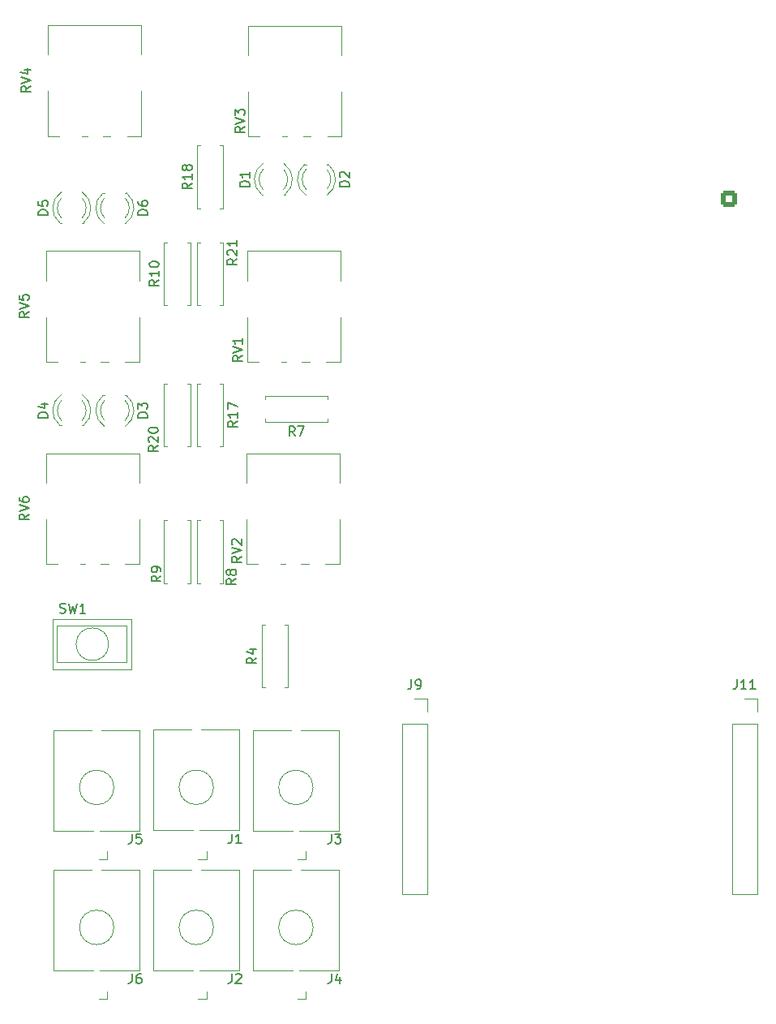
<source format=gbr>
%TF.GenerationSoftware,KiCad,Pcbnew,5.99.0-unknown-fb4343bc8f~130~ubuntu20.04.1*%
%TF.CreationDate,2021-06-28T22:25:34+02:00*%
%TF.ProjectId,MS20-Plus-VCF-v2,4d533230-2d50-46c7-9573-2d5643462d76,rev?*%
%TF.SameCoordinates,Original*%
%TF.FileFunction,Legend,Top*%
%TF.FilePolarity,Positive*%
%FSLAX46Y46*%
G04 Gerber Fmt 4.6, Leading zero omitted, Abs format (unit mm)*
G04 Created by KiCad (PCBNEW 5.99.0-unknown-fb4343bc8f~130~ubuntu20.04.1) date 2021-06-28 22:25:34*
%MOMM*%
%LPD*%
G01*
G04 APERTURE LIST*
G04 Aperture macros list*
%AMRoundRect*
0 Rectangle with rounded corners*
0 $1 Rounding radius*
0 $2 $3 $4 $5 $6 $7 $8 $9 X,Y pos of 4 corners*
0 Add a 4 corners polygon primitive as box body*
4,1,4,$2,$3,$4,$5,$6,$7,$8,$9,$2,$3,0*
0 Add four circle primitives for the rounded corners*
1,1,$1+$1,$2,$3*
1,1,$1+$1,$4,$5*
1,1,$1+$1,$6,$7*
1,1,$1+$1,$8,$9*
0 Add four rect primitives between the rounded corners*
20,1,$1+$1,$2,$3,$4,$5,0*
20,1,$1+$1,$4,$5,$6,$7,0*
20,1,$1+$1,$6,$7,$8,$9,0*
20,1,$1+$1,$8,$9,$2,$3,0*%
G04 Aperture macros list end*
%ADD10C,0.150000*%
%ADD11C,0.120000*%
%ADD12C,2.000000*%
%ADD13O,1.700000X1.700000*%
%ADD14R,1.700000X1.700000*%
%ADD15O,2.720000X3.240000*%
%ADD16R,1.800000X1.800000*%
%ADD17C,1.800000*%
%ADD18C,1.600000*%
%ADD19O,1.600000X1.600000*%
%ADD20R,1.930000X1.830000*%
%ADD21C,2.130000*%
%ADD22C,6.000000*%
%ADD23O,1.600000X2.000000*%
%ADD24R,1.600000X1.600000*%
%ADD25C,1.440000*%
%ADD26O,1.500000X1.050000*%
%ADD27R,1.500000X1.050000*%
%ADD28C,1.700000*%
%ADD29RoundRect,0.250000X0.600000X0.600000X-0.600000X0.600000X-0.600000X-0.600000X0.600000X-0.600000X0*%
G04 APERTURE END LIST*
D10*
X113940476Y-118132380D02*
X113940476Y-118846666D01*
X113892857Y-118989523D01*
X113797619Y-119084761D01*
X113654761Y-119132380D01*
X113559523Y-119132380D01*
X114940476Y-119132380D02*
X114369047Y-119132380D01*
X114654761Y-119132380D02*
X114654761Y-118132380D01*
X114559523Y-118275238D01*
X114464285Y-118370476D01*
X114369047Y-118418095D01*
X115892857Y-119132380D02*
X115321428Y-119132380D01*
X115607142Y-119132380D02*
X115607142Y-118132380D01*
X115511904Y-118275238D01*
X115416666Y-118370476D01*
X115321428Y-118418095D01*
X62552380Y-60445238D02*
X62076190Y-60778571D01*
X62552380Y-61016666D02*
X61552380Y-61016666D01*
X61552380Y-60635714D01*
X61600000Y-60540476D01*
X61647619Y-60492857D01*
X61742857Y-60445238D01*
X61885714Y-60445238D01*
X61980952Y-60492857D01*
X62028571Y-60540476D01*
X62076190Y-60635714D01*
X62076190Y-61016666D01*
X61552380Y-60159523D02*
X62552380Y-59826190D01*
X61552380Y-59492857D01*
X61552380Y-59254761D02*
X61552380Y-58635714D01*
X61933333Y-58969047D01*
X61933333Y-58826190D01*
X61980952Y-58730952D01*
X62028571Y-58683333D01*
X62123809Y-58635714D01*
X62361904Y-58635714D01*
X62457142Y-58683333D01*
X62504761Y-58730952D01*
X62552380Y-58826190D01*
X62552380Y-59111904D01*
X62504761Y-59207142D01*
X62457142Y-59254761D01*
X61652380Y-107616666D02*
X61176190Y-107950000D01*
X61652380Y-108188095D02*
X60652380Y-108188095D01*
X60652380Y-107807142D01*
X60700000Y-107711904D01*
X60747619Y-107664285D01*
X60842857Y-107616666D01*
X60985714Y-107616666D01*
X61080952Y-107664285D01*
X61128571Y-107711904D01*
X61176190Y-107807142D01*
X61176190Y-108188095D01*
X61080952Y-107045238D02*
X61033333Y-107140476D01*
X60985714Y-107188095D01*
X60890476Y-107235714D01*
X60842857Y-107235714D01*
X60747619Y-107188095D01*
X60700000Y-107140476D01*
X60652380Y-107045238D01*
X60652380Y-106854761D01*
X60700000Y-106759523D01*
X60747619Y-106711904D01*
X60842857Y-106664285D01*
X60890476Y-106664285D01*
X60985714Y-106711904D01*
X61033333Y-106759523D01*
X61080952Y-106854761D01*
X61080952Y-107045238D01*
X61128571Y-107140476D01*
X61176190Y-107188095D01*
X61271428Y-107235714D01*
X61461904Y-107235714D01*
X61557142Y-107188095D01*
X61604761Y-107140476D01*
X61652380Y-107045238D01*
X61652380Y-106854761D01*
X61604761Y-106759523D01*
X61557142Y-106711904D01*
X61461904Y-106664285D01*
X61271428Y-106664285D01*
X61176190Y-106711904D01*
X61128571Y-106759523D01*
X61080952Y-106854761D01*
X61752380Y-74242857D02*
X61276190Y-74576190D01*
X61752380Y-74814285D02*
X60752380Y-74814285D01*
X60752380Y-74433333D01*
X60800000Y-74338095D01*
X60847619Y-74290476D01*
X60942857Y-74242857D01*
X61085714Y-74242857D01*
X61180952Y-74290476D01*
X61228571Y-74338095D01*
X61276190Y-74433333D01*
X61276190Y-74814285D01*
X60847619Y-73861904D02*
X60800000Y-73814285D01*
X60752380Y-73719047D01*
X60752380Y-73480952D01*
X60800000Y-73385714D01*
X60847619Y-73338095D01*
X60942857Y-73290476D01*
X61038095Y-73290476D01*
X61180952Y-73338095D01*
X61752380Y-73909523D01*
X61752380Y-73290476D01*
X61752380Y-72338095D02*
X61752380Y-72909523D01*
X61752380Y-72623809D02*
X60752380Y-72623809D01*
X60895238Y-72719047D01*
X60990476Y-72814285D01*
X61038095Y-72909523D01*
X71596666Y-134252380D02*
X71596666Y-134966666D01*
X71549047Y-135109523D01*
X71453809Y-135204761D01*
X71310952Y-135252380D01*
X71215714Y-135252380D01*
X71977619Y-134252380D02*
X72596666Y-134252380D01*
X72263333Y-134633333D01*
X72406190Y-134633333D01*
X72501428Y-134680952D01*
X72549047Y-134728571D01*
X72596666Y-134823809D01*
X72596666Y-135061904D01*
X72549047Y-135157142D01*
X72501428Y-135204761D01*
X72406190Y-135252380D01*
X72120476Y-135252380D01*
X72025238Y-135204761D01*
X71977619Y-135157142D01*
X52412380Y-69668095D02*
X51412380Y-69668095D01*
X51412380Y-69430000D01*
X51460000Y-69287142D01*
X51555238Y-69191904D01*
X51650476Y-69144285D01*
X51840952Y-69096666D01*
X51983809Y-69096666D01*
X52174285Y-69144285D01*
X52269523Y-69191904D01*
X52364761Y-69287142D01*
X52412380Y-69430000D01*
X52412380Y-69668095D01*
X51412380Y-68239523D02*
X51412380Y-68430000D01*
X51460000Y-68525238D01*
X51507619Y-68572857D01*
X51650476Y-68668095D01*
X51840952Y-68715714D01*
X52221904Y-68715714D01*
X52317142Y-68668095D01*
X52364761Y-68620476D01*
X52412380Y-68525238D01*
X52412380Y-68334761D01*
X52364761Y-68239523D01*
X52317142Y-68191904D01*
X52221904Y-68144285D01*
X51983809Y-68144285D01*
X51888571Y-68191904D01*
X51840952Y-68239523D01*
X51793333Y-68334761D01*
X51793333Y-68525238D01*
X51840952Y-68620476D01*
X51888571Y-68668095D01*
X51983809Y-68715714D01*
X61196666Y-134232380D02*
X61196666Y-134946666D01*
X61149047Y-135089523D01*
X61053809Y-135184761D01*
X60910952Y-135232380D01*
X60815714Y-135232380D01*
X62196666Y-135232380D02*
X61625238Y-135232380D01*
X61910952Y-135232380D02*
X61910952Y-134232380D01*
X61815714Y-134375238D01*
X61720476Y-134470476D01*
X61625238Y-134518095D01*
X41992380Y-69678095D02*
X40992380Y-69678095D01*
X40992380Y-69440000D01*
X41040000Y-69297142D01*
X41135238Y-69201904D01*
X41230476Y-69154285D01*
X41420952Y-69106666D01*
X41563809Y-69106666D01*
X41754285Y-69154285D01*
X41849523Y-69201904D01*
X41944761Y-69297142D01*
X41992380Y-69440000D01*
X41992380Y-69678095D01*
X40992380Y-68201904D02*
X40992380Y-68678095D01*
X41468571Y-68725714D01*
X41420952Y-68678095D01*
X41373333Y-68582857D01*
X41373333Y-68344761D01*
X41420952Y-68249523D01*
X41468571Y-68201904D01*
X41563809Y-68154285D01*
X41801904Y-68154285D01*
X41897142Y-68201904D01*
X41944761Y-68249523D01*
X41992380Y-68344761D01*
X41992380Y-68582857D01*
X41944761Y-68678095D01*
X41897142Y-68725714D01*
X50796666Y-148852380D02*
X50796666Y-149566666D01*
X50749047Y-149709523D01*
X50653809Y-149804761D01*
X50510952Y-149852380D01*
X50415714Y-149852380D01*
X51701428Y-148852380D02*
X51510952Y-148852380D01*
X51415714Y-148900000D01*
X51368095Y-148947619D01*
X51272857Y-149090476D01*
X51225238Y-149280952D01*
X51225238Y-149661904D01*
X51272857Y-149757142D01*
X51320476Y-149804761D01*
X51415714Y-149852380D01*
X51606190Y-149852380D01*
X51701428Y-149804761D01*
X51749047Y-149757142D01*
X51796666Y-149661904D01*
X51796666Y-149423809D01*
X51749047Y-149328571D01*
X51701428Y-149280952D01*
X51606190Y-149233333D01*
X51415714Y-149233333D01*
X51320476Y-149280952D01*
X51272857Y-149328571D01*
X51225238Y-149423809D01*
X63782380Y-115866666D02*
X63306190Y-116200000D01*
X63782380Y-116438095D02*
X62782380Y-116438095D01*
X62782380Y-116057142D01*
X62830000Y-115961904D01*
X62877619Y-115914285D01*
X62972857Y-115866666D01*
X63115714Y-115866666D01*
X63210952Y-115914285D01*
X63258571Y-115961904D01*
X63306190Y-116057142D01*
X63306190Y-116438095D01*
X63115714Y-115009523D02*
X63782380Y-115009523D01*
X62734761Y-115247619D02*
X63449047Y-115485714D01*
X63449047Y-114866666D01*
X63042380Y-66693095D02*
X62042380Y-66693095D01*
X62042380Y-66455000D01*
X62090000Y-66312142D01*
X62185238Y-66216904D01*
X62280476Y-66169285D01*
X62470952Y-66121666D01*
X62613809Y-66121666D01*
X62804285Y-66169285D01*
X62899523Y-66216904D01*
X62994761Y-66312142D01*
X63042380Y-66455000D01*
X63042380Y-66693095D01*
X63042380Y-65169285D02*
X63042380Y-65740714D01*
X63042380Y-65455000D02*
X62042380Y-65455000D01*
X62185238Y-65550238D01*
X62280476Y-65645476D01*
X62328095Y-65740714D01*
X53582380Y-76442857D02*
X53106190Y-76776190D01*
X53582380Y-77014285D02*
X52582380Y-77014285D01*
X52582380Y-76633333D01*
X52630000Y-76538095D01*
X52677619Y-76490476D01*
X52772857Y-76442857D01*
X52915714Y-76442857D01*
X53010952Y-76490476D01*
X53058571Y-76538095D01*
X53106190Y-76633333D01*
X53106190Y-77014285D01*
X53582380Y-75490476D02*
X53582380Y-76061904D01*
X53582380Y-75776190D02*
X52582380Y-75776190D01*
X52725238Y-75871428D01*
X52820476Y-75966666D01*
X52868095Y-76061904D01*
X52582380Y-74871428D02*
X52582380Y-74776190D01*
X52630000Y-74680952D01*
X52677619Y-74633333D01*
X52772857Y-74585714D01*
X52963333Y-74538095D01*
X53201428Y-74538095D01*
X53391904Y-74585714D01*
X53487142Y-74633333D01*
X53534761Y-74680952D01*
X53582380Y-74776190D01*
X53582380Y-74871428D01*
X53534761Y-74966666D01*
X53487142Y-75014285D01*
X53391904Y-75061904D01*
X53201428Y-75109523D01*
X52963333Y-75109523D01*
X52772857Y-75061904D01*
X52677619Y-75014285D01*
X52630000Y-74966666D01*
X52582380Y-74871428D01*
X73462380Y-66683095D02*
X72462380Y-66683095D01*
X72462380Y-66445000D01*
X72510000Y-66302142D01*
X72605238Y-66206904D01*
X72700476Y-66159285D01*
X72890952Y-66111666D01*
X73033809Y-66111666D01*
X73224285Y-66159285D01*
X73319523Y-66206904D01*
X73414761Y-66302142D01*
X73462380Y-66445000D01*
X73462380Y-66683095D01*
X72557619Y-65730714D02*
X72510000Y-65683095D01*
X72462380Y-65587857D01*
X72462380Y-65349761D01*
X72510000Y-65254523D01*
X72557619Y-65206904D01*
X72652857Y-65159285D01*
X72748095Y-65159285D01*
X72890952Y-65206904D01*
X73462380Y-65778333D01*
X73462380Y-65159285D01*
X53502380Y-93742857D02*
X53026190Y-94076190D01*
X53502380Y-94314285D02*
X52502380Y-94314285D01*
X52502380Y-93933333D01*
X52550000Y-93838095D01*
X52597619Y-93790476D01*
X52692857Y-93742857D01*
X52835714Y-93742857D01*
X52930952Y-93790476D01*
X52978571Y-93838095D01*
X53026190Y-93933333D01*
X53026190Y-94314285D01*
X52597619Y-93361904D02*
X52550000Y-93314285D01*
X52502380Y-93219047D01*
X52502380Y-92980952D01*
X52550000Y-92885714D01*
X52597619Y-92838095D01*
X52692857Y-92790476D01*
X52788095Y-92790476D01*
X52930952Y-92838095D01*
X53502380Y-93409523D01*
X53502380Y-92790476D01*
X52502380Y-92171428D02*
X52502380Y-92076190D01*
X52550000Y-91980952D01*
X52597619Y-91933333D01*
X52692857Y-91885714D01*
X52883333Y-91838095D01*
X53121428Y-91838095D01*
X53311904Y-91885714D01*
X53407142Y-91933333D01*
X53454761Y-91980952D01*
X53502380Y-92076190D01*
X53502380Y-92171428D01*
X53454761Y-92266666D01*
X53407142Y-92314285D01*
X53311904Y-92361904D01*
X53121428Y-92409523D01*
X52883333Y-92409523D01*
X52692857Y-92361904D01*
X52597619Y-92314285D01*
X52550000Y-92266666D01*
X52502380Y-92171428D01*
X71596666Y-148852380D02*
X71596666Y-149566666D01*
X71549047Y-149709523D01*
X71453809Y-149804761D01*
X71310952Y-149852380D01*
X71215714Y-149852380D01*
X72501428Y-149185714D02*
X72501428Y-149852380D01*
X72263333Y-148804761D02*
X72025238Y-149519047D01*
X72644285Y-149519047D01*
X52412380Y-90798095D02*
X51412380Y-90798095D01*
X51412380Y-90560000D01*
X51460000Y-90417142D01*
X51555238Y-90321904D01*
X51650476Y-90274285D01*
X51840952Y-90226666D01*
X51983809Y-90226666D01*
X52174285Y-90274285D01*
X52269523Y-90321904D01*
X52364761Y-90417142D01*
X52412380Y-90560000D01*
X52412380Y-90798095D01*
X51412380Y-89893333D02*
X51412380Y-89274285D01*
X51793333Y-89607619D01*
X51793333Y-89464761D01*
X51840952Y-89369523D01*
X51888571Y-89321904D01*
X51983809Y-89274285D01*
X52221904Y-89274285D01*
X52317142Y-89321904D01*
X52364761Y-89369523D01*
X52412380Y-89464761D01*
X52412380Y-89750476D01*
X52364761Y-89845714D01*
X52317142Y-89893333D01*
X40012380Y-100885238D02*
X39536190Y-101218571D01*
X40012380Y-101456666D02*
X39012380Y-101456666D01*
X39012380Y-101075714D01*
X39060000Y-100980476D01*
X39107619Y-100932857D01*
X39202857Y-100885238D01*
X39345714Y-100885238D01*
X39440952Y-100932857D01*
X39488571Y-100980476D01*
X39536190Y-101075714D01*
X39536190Y-101456666D01*
X39012380Y-100599523D02*
X40012380Y-100266190D01*
X39012380Y-99932857D01*
X39012380Y-99170952D02*
X39012380Y-99361428D01*
X39060000Y-99456666D01*
X39107619Y-99504285D01*
X39250476Y-99599523D01*
X39440952Y-99647142D01*
X39821904Y-99647142D01*
X39917142Y-99599523D01*
X39964761Y-99551904D01*
X40012380Y-99456666D01*
X40012380Y-99266190D01*
X39964761Y-99170952D01*
X39917142Y-99123333D01*
X39821904Y-99075714D01*
X39583809Y-99075714D01*
X39488571Y-99123333D01*
X39440952Y-99170952D01*
X39393333Y-99266190D01*
X39393333Y-99456666D01*
X39440952Y-99551904D01*
X39488571Y-99599523D01*
X39583809Y-99647142D01*
X61196666Y-148852380D02*
X61196666Y-149566666D01*
X61149047Y-149709523D01*
X61053809Y-149804761D01*
X60910952Y-149852380D01*
X60815714Y-149852380D01*
X61625238Y-148947619D02*
X61672857Y-148900000D01*
X61768095Y-148852380D01*
X62006190Y-148852380D01*
X62101428Y-148900000D01*
X62149047Y-148947619D01*
X62196666Y-149042857D01*
X62196666Y-149138095D01*
X62149047Y-149280952D01*
X61577619Y-149852380D01*
X62196666Y-149852380D01*
X67783333Y-92722380D02*
X67450000Y-92246190D01*
X67211904Y-92722380D02*
X67211904Y-91722380D01*
X67592857Y-91722380D01*
X67688095Y-91770000D01*
X67735714Y-91817619D01*
X67783333Y-91912857D01*
X67783333Y-92055714D01*
X67735714Y-92150952D01*
X67688095Y-92198571D01*
X67592857Y-92246190D01*
X67211904Y-92246190D01*
X68116666Y-91722380D02*
X68783333Y-91722380D01*
X68354761Y-92722380D01*
X50796666Y-134252380D02*
X50796666Y-134966666D01*
X50749047Y-135109523D01*
X50653809Y-135204761D01*
X50510952Y-135252380D01*
X50415714Y-135252380D01*
X51749047Y-134252380D02*
X51272857Y-134252380D01*
X51225238Y-134728571D01*
X51272857Y-134680952D01*
X51368095Y-134633333D01*
X51606190Y-134633333D01*
X51701428Y-134680952D01*
X51749047Y-134728571D01*
X51796666Y-134823809D01*
X51796666Y-135061904D01*
X51749047Y-135157142D01*
X51701428Y-135204761D01*
X51606190Y-135252380D01*
X51368095Y-135252380D01*
X51272857Y-135204761D01*
X51225238Y-135157142D01*
X41992380Y-90808095D02*
X40992380Y-90808095D01*
X40992380Y-90570000D01*
X41040000Y-90427142D01*
X41135238Y-90331904D01*
X41230476Y-90284285D01*
X41420952Y-90236666D01*
X41563809Y-90236666D01*
X41754285Y-90284285D01*
X41849523Y-90331904D01*
X41944761Y-90427142D01*
X41992380Y-90570000D01*
X41992380Y-90808095D01*
X41325714Y-89379523D02*
X41992380Y-89379523D01*
X40944761Y-89617619D02*
X41659047Y-89855714D01*
X41659047Y-89236666D01*
X40212380Y-56210238D02*
X39736190Y-56543571D01*
X40212380Y-56781666D02*
X39212380Y-56781666D01*
X39212380Y-56400714D01*
X39260000Y-56305476D01*
X39307619Y-56257857D01*
X39402857Y-56210238D01*
X39545714Y-56210238D01*
X39640952Y-56257857D01*
X39688571Y-56305476D01*
X39736190Y-56400714D01*
X39736190Y-56781666D01*
X39212380Y-55924523D02*
X40212380Y-55591190D01*
X39212380Y-55257857D01*
X39545714Y-54495952D02*
X40212380Y-54495952D01*
X39164761Y-54734047D02*
X39879047Y-54972142D01*
X39879047Y-54353095D01*
X53802380Y-107316666D02*
X53326190Y-107650000D01*
X53802380Y-107888095D02*
X52802380Y-107888095D01*
X52802380Y-107507142D01*
X52850000Y-107411904D01*
X52897619Y-107364285D01*
X52992857Y-107316666D01*
X53135714Y-107316666D01*
X53230952Y-107364285D01*
X53278571Y-107411904D01*
X53326190Y-107507142D01*
X53326190Y-107888095D01*
X53802380Y-106840476D02*
X53802380Y-106650000D01*
X53754761Y-106554761D01*
X53707142Y-106507142D01*
X53564285Y-106411904D01*
X53373809Y-106364285D01*
X52992857Y-106364285D01*
X52897619Y-106411904D01*
X52850000Y-106459523D01*
X52802380Y-106554761D01*
X52802380Y-106745238D01*
X52850000Y-106840476D01*
X52897619Y-106888095D01*
X52992857Y-106935714D01*
X53230952Y-106935714D01*
X53326190Y-106888095D01*
X53373809Y-106840476D01*
X53421428Y-106745238D01*
X53421428Y-106554761D01*
X53373809Y-106459523D01*
X53326190Y-106411904D01*
X53230952Y-106364285D01*
X79966666Y-118132380D02*
X79966666Y-118846666D01*
X79919047Y-118989523D01*
X79823809Y-119084761D01*
X79680952Y-119132380D01*
X79585714Y-119132380D01*
X80490476Y-119132380D02*
X80680952Y-119132380D01*
X80776190Y-119084761D01*
X80823809Y-119037142D01*
X80919047Y-118894285D01*
X80966666Y-118703809D01*
X80966666Y-118322857D01*
X80919047Y-118227619D01*
X80871428Y-118180000D01*
X80776190Y-118132380D01*
X80585714Y-118132380D01*
X80490476Y-118180000D01*
X80442857Y-118227619D01*
X80395238Y-118322857D01*
X80395238Y-118560952D01*
X80442857Y-118656190D01*
X80490476Y-118703809D01*
X80585714Y-118751428D01*
X80776190Y-118751428D01*
X80871428Y-118703809D01*
X80919047Y-118656190D01*
X80966666Y-118560952D01*
X62302380Y-84345238D02*
X61826190Y-84678571D01*
X62302380Y-84916666D02*
X61302380Y-84916666D01*
X61302380Y-84535714D01*
X61350000Y-84440476D01*
X61397619Y-84392857D01*
X61492857Y-84345238D01*
X61635714Y-84345238D01*
X61730952Y-84392857D01*
X61778571Y-84440476D01*
X61826190Y-84535714D01*
X61826190Y-84916666D01*
X61302380Y-84059523D02*
X62302380Y-83726190D01*
X61302380Y-83392857D01*
X62302380Y-82535714D02*
X62302380Y-83107142D01*
X62302380Y-82821428D02*
X61302380Y-82821428D01*
X61445238Y-82916666D01*
X61540476Y-83011904D01*
X61588095Y-83107142D01*
X40012380Y-79785238D02*
X39536190Y-80118571D01*
X40012380Y-80356666D02*
X39012380Y-80356666D01*
X39012380Y-79975714D01*
X39060000Y-79880476D01*
X39107619Y-79832857D01*
X39202857Y-79785238D01*
X39345714Y-79785238D01*
X39440952Y-79832857D01*
X39488571Y-79880476D01*
X39536190Y-79975714D01*
X39536190Y-80356666D01*
X39012380Y-79499523D02*
X40012380Y-79166190D01*
X39012380Y-78832857D01*
X39012380Y-78023333D02*
X39012380Y-78499523D01*
X39488571Y-78547142D01*
X39440952Y-78499523D01*
X39393333Y-78404285D01*
X39393333Y-78166190D01*
X39440952Y-78070952D01*
X39488571Y-78023333D01*
X39583809Y-77975714D01*
X39821904Y-77975714D01*
X39917142Y-78023333D01*
X39964761Y-78070952D01*
X40012380Y-78166190D01*
X40012380Y-78404285D01*
X39964761Y-78499523D01*
X39917142Y-78547142D01*
X61772380Y-91192857D02*
X61296190Y-91526190D01*
X61772380Y-91764285D02*
X60772380Y-91764285D01*
X60772380Y-91383333D01*
X60820000Y-91288095D01*
X60867619Y-91240476D01*
X60962857Y-91192857D01*
X61105714Y-91192857D01*
X61200952Y-91240476D01*
X61248571Y-91288095D01*
X61296190Y-91383333D01*
X61296190Y-91764285D01*
X61772380Y-90240476D02*
X61772380Y-90811904D01*
X61772380Y-90526190D02*
X60772380Y-90526190D01*
X60915238Y-90621428D01*
X61010476Y-90716666D01*
X61058095Y-90811904D01*
X60772380Y-89907142D02*
X60772380Y-89240476D01*
X61772380Y-89669047D01*
X57032380Y-66342857D02*
X56556190Y-66676190D01*
X57032380Y-66914285D02*
X56032380Y-66914285D01*
X56032380Y-66533333D01*
X56080000Y-66438095D01*
X56127619Y-66390476D01*
X56222857Y-66342857D01*
X56365714Y-66342857D01*
X56460952Y-66390476D01*
X56508571Y-66438095D01*
X56556190Y-66533333D01*
X56556190Y-66914285D01*
X57032380Y-65390476D02*
X57032380Y-65961904D01*
X57032380Y-65676190D02*
X56032380Y-65676190D01*
X56175238Y-65771428D01*
X56270476Y-65866666D01*
X56318095Y-65961904D01*
X56460952Y-64819047D02*
X56413333Y-64914285D01*
X56365714Y-64961904D01*
X56270476Y-65009523D01*
X56222857Y-65009523D01*
X56127619Y-64961904D01*
X56080000Y-64914285D01*
X56032380Y-64819047D01*
X56032380Y-64628571D01*
X56080000Y-64533333D01*
X56127619Y-64485714D01*
X56222857Y-64438095D01*
X56270476Y-64438095D01*
X56365714Y-64485714D01*
X56413333Y-64533333D01*
X56460952Y-64628571D01*
X56460952Y-64819047D01*
X56508571Y-64914285D01*
X56556190Y-64961904D01*
X56651428Y-65009523D01*
X56841904Y-65009523D01*
X56937142Y-64961904D01*
X56984761Y-64914285D01*
X57032380Y-64819047D01*
X57032380Y-64628571D01*
X56984761Y-64533333D01*
X56937142Y-64485714D01*
X56841904Y-64438095D01*
X56651428Y-64438095D01*
X56556190Y-64485714D01*
X56508571Y-64533333D01*
X56460952Y-64628571D01*
X62202380Y-105295238D02*
X61726190Y-105628571D01*
X62202380Y-105866666D02*
X61202380Y-105866666D01*
X61202380Y-105485714D01*
X61250000Y-105390476D01*
X61297619Y-105342857D01*
X61392857Y-105295238D01*
X61535714Y-105295238D01*
X61630952Y-105342857D01*
X61678571Y-105390476D01*
X61726190Y-105485714D01*
X61726190Y-105866666D01*
X61202380Y-105009523D02*
X62202380Y-104676190D01*
X61202380Y-104342857D01*
X61297619Y-104057142D02*
X61250000Y-104009523D01*
X61202380Y-103914285D01*
X61202380Y-103676190D01*
X61250000Y-103580952D01*
X61297619Y-103533333D01*
X61392857Y-103485714D01*
X61488095Y-103485714D01*
X61630952Y-103533333D01*
X62202380Y-104104761D01*
X62202380Y-103485714D01*
X43266666Y-111154761D02*
X43409523Y-111202380D01*
X43647619Y-111202380D01*
X43742857Y-111154761D01*
X43790476Y-111107142D01*
X43838095Y-111011904D01*
X43838095Y-110916666D01*
X43790476Y-110821428D01*
X43742857Y-110773809D01*
X43647619Y-110726190D01*
X43457142Y-110678571D01*
X43361904Y-110630952D01*
X43314285Y-110583333D01*
X43266666Y-110488095D01*
X43266666Y-110392857D01*
X43314285Y-110297619D01*
X43361904Y-110250000D01*
X43457142Y-110202380D01*
X43695238Y-110202380D01*
X43838095Y-110250000D01*
X44171428Y-110202380D02*
X44409523Y-111202380D01*
X44600000Y-110488095D01*
X44790476Y-111202380D01*
X45028571Y-110202380D01*
X45933333Y-111202380D02*
X45361904Y-111202380D01*
X45647619Y-111202380D02*
X45647619Y-110202380D01*
X45552380Y-110345238D01*
X45457142Y-110440476D01*
X45361904Y-110488095D01*
D11*
X114750000Y-120120000D02*
X116080000Y-120120000D01*
X116080000Y-122720000D02*
X116080000Y-140560000D01*
X113420000Y-122720000D02*
X116080000Y-122720000D01*
X113420000Y-122720000D02*
X113420000Y-140560000D01*
X116080000Y-120120000D02*
X116080000Y-121450000D01*
X113420000Y-140560000D02*
X116080000Y-140560000D01*
X62930000Y-52965000D02*
X62930000Y-49905000D01*
X62920000Y-61495000D02*
X62920000Y-56775000D01*
X72670000Y-61495000D02*
X72670000Y-56775000D01*
X64110000Y-61495000D02*
X62930000Y-61495000D01*
X72670000Y-61495000D02*
X71180000Y-61495000D01*
X69460000Y-61495000D02*
X68630000Y-61495000D01*
X72670000Y-52965000D02*
X72670000Y-49905000D01*
X67010000Y-61495000D02*
X66480000Y-61495000D01*
X72670000Y-49905000D02*
X62930000Y-49905000D01*
X60320000Y-108070000D02*
X60320000Y-101530000D01*
X57580000Y-101530000D02*
X57910000Y-101530000D01*
X57580000Y-108070000D02*
X57580000Y-101530000D01*
X57910000Y-108070000D02*
X57580000Y-108070000D01*
X59990000Y-108070000D02*
X60320000Y-108070000D01*
X60320000Y-101530000D02*
X59990000Y-101530000D01*
X60320000Y-72530000D02*
X59990000Y-72530000D01*
X57580000Y-72530000D02*
X57910000Y-72530000D01*
X57580000Y-79070000D02*
X57580000Y-72530000D01*
X60320000Y-79070000D02*
X60320000Y-72530000D01*
X59990000Y-79070000D02*
X60320000Y-79070000D01*
X57910000Y-79070000D02*
X57580000Y-79070000D01*
X72400000Y-133900000D02*
X72400000Y-123400000D01*
X63400000Y-133900000D02*
X63400000Y-123400000D01*
X63400000Y-133900000D02*
X67550000Y-133900000D01*
X68960000Y-136880000D02*
X68100000Y-136880000D01*
X68400000Y-123400000D02*
X72400000Y-123400000D01*
X68250000Y-133900000D02*
X72400000Y-133900000D01*
X63400000Y-123400000D02*
X67400000Y-123400000D01*
X68960000Y-136880000D02*
X68960000Y-136080000D01*
X69700000Y-129400000D02*
G75*
G03*
X69700000Y-129400000I-1800000J0D01*
G01*
X47920000Y-67370000D02*
X47764000Y-67370000D01*
X50236000Y-67370000D02*
X50080000Y-67370000D01*
X50078608Y-70602335D02*
G75*
G03*
X50235516Y-67370000I-1078608J1672335D01*
G01*
X47920163Y-69971130D02*
G75*
G02*
X47920000Y-67889039I1079837J1041130D01*
G01*
X50079837Y-69971130D02*
G75*
G03*
X50080000Y-67889039I-1079837J1041130D01*
G01*
X47921392Y-70602335D02*
G75*
G02*
X47764484Y-67370000I1078608J1672335D01*
G01*
X53000000Y-133880000D02*
X57150000Y-133880000D01*
X53000000Y-133880000D02*
X53000000Y-123380000D01*
X53000000Y-123380000D02*
X57000000Y-123380000D01*
X58560000Y-136860000D02*
X57700000Y-136860000D01*
X58000000Y-123380000D02*
X62000000Y-123380000D01*
X57850000Y-133880000D02*
X62000000Y-133880000D01*
X58560000Y-136860000D02*
X58560000Y-136060000D01*
X62000000Y-133880000D02*
X62000000Y-123380000D01*
X59300000Y-129380000D02*
G75*
G03*
X59300000Y-129380000I-1800000J0D01*
G01*
X45580000Y-70500000D02*
X45736000Y-70500000D01*
X43264000Y-70500000D02*
X43420000Y-70500000D01*
X43421392Y-67267665D02*
G75*
G03*
X43264484Y-70500000I1078608J-1672335D01*
G01*
X45578608Y-67267665D02*
G75*
G02*
X45735516Y-70500000I-1078608J-1672335D01*
G01*
X45579837Y-67898870D02*
G75*
G02*
X45580000Y-69980961I-1079837J-1041130D01*
G01*
X43420163Y-67898870D02*
G75*
G03*
X43420000Y-69980961I1079837J-1041130D01*
G01*
X47450000Y-148500000D02*
X51600000Y-148500000D01*
X51600000Y-148500000D02*
X51600000Y-138000000D01*
X42600000Y-138000000D02*
X46600000Y-138000000D01*
X48160000Y-151480000D02*
X47300000Y-151480000D01*
X47600000Y-138000000D02*
X51600000Y-138000000D01*
X42600000Y-148500000D02*
X42600000Y-138000000D01*
X48160000Y-151480000D02*
X48160000Y-150680000D01*
X42600000Y-148500000D02*
X46750000Y-148500000D01*
X48900000Y-144000000D02*
G75*
G03*
X48900000Y-144000000I-1800000J0D01*
G01*
X64330000Y-112430000D02*
X64660000Y-112430000D01*
X64660000Y-118970000D02*
X64330000Y-118970000D01*
X66740000Y-118970000D02*
X67070000Y-118970000D01*
X67070000Y-112430000D02*
X66740000Y-112430000D01*
X64330000Y-118970000D02*
X64330000Y-112430000D01*
X67070000Y-118970000D02*
X67070000Y-112430000D01*
X66630000Y-67515000D02*
X66786000Y-67515000D01*
X64314000Y-67515000D02*
X64470000Y-67515000D01*
X64471392Y-64282665D02*
G75*
G03*
X64314484Y-67515000I1078608J-1672335D01*
G01*
X66629837Y-64913870D02*
G75*
G02*
X66630000Y-66995961I-1079837J-1041130D01*
G01*
X64470163Y-64913870D02*
G75*
G03*
X64470000Y-66995961I1079837J-1041130D01*
G01*
X66628608Y-64282665D02*
G75*
G02*
X66785516Y-67515000I-1078608J-1672335D01*
G01*
X54460000Y-79070000D02*
X54130000Y-79070000D01*
X56870000Y-72530000D02*
X56540000Y-72530000D01*
X56870000Y-79070000D02*
X56870000Y-72530000D01*
X56540000Y-79070000D02*
X56870000Y-79070000D01*
X54130000Y-79070000D02*
X54130000Y-72530000D01*
X54130000Y-72530000D02*
X54460000Y-72530000D01*
X68970000Y-64385000D02*
X68814000Y-64385000D01*
X71286000Y-64385000D02*
X71130000Y-64385000D01*
X71129837Y-66986130D02*
G75*
G03*
X71130000Y-64904039I-1079837J1041130D01*
G01*
X68971392Y-67617335D02*
G75*
G02*
X68814484Y-64385000I1078608J1672335D01*
G01*
X68970163Y-66986130D02*
G75*
G02*
X68970000Y-64904039I1079837J1041130D01*
G01*
X71128608Y-67617335D02*
G75*
G03*
X71285516Y-64385000I-1078608J1672335D01*
G01*
X54130000Y-87280000D02*
X54460000Y-87280000D01*
X54130000Y-93820000D02*
X54130000Y-87280000D01*
X56540000Y-93820000D02*
X56870000Y-93820000D01*
X56870000Y-87280000D02*
X56540000Y-87280000D01*
X54460000Y-93820000D02*
X54130000Y-93820000D01*
X56870000Y-93820000D02*
X56870000Y-87280000D01*
X68960000Y-151480000D02*
X68100000Y-151480000D01*
X63400000Y-148500000D02*
X63400000Y-138000000D01*
X72400000Y-148500000D02*
X72400000Y-138000000D01*
X68250000Y-148500000D02*
X72400000Y-148500000D01*
X63400000Y-138000000D02*
X67400000Y-138000000D01*
X68960000Y-151480000D02*
X68960000Y-150680000D01*
X63400000Y-148500000D02*
X67550000Y-148500000D01*
X68400000Y-138000000D02*
X72400000Y-138000000D01*
X69700000Y-144000000D02*
G75*
G03*
X69700000Y-144000000I-1800000J0D01*
G01*
X47920000Y-88500000D02*
X47764000Y-88500000D01*
X50236000Y-88500000D02*
X50080000Y-88500000D01*
X47921392Y-91732335D02*
G75*
G02*
X47764484Y-88500000I1078608J1672335D01*
G01*
X50079837Y-91101130D02*
G75*
G03*
X50080000Y-89019039I-1079837J1041130D01*
G01*
X47920163Y-91101130D02*
G75*
G02*
X47920000Y-89019039I1079837J1041130D01*
G01*
X50078608Y-91732335D02*
G75*
G03*
X50235516Y-88500000I-1078608J1672335D01*
G01*
X43010000Y-106120000D02*
X41830000Y-106120000D01*
X51570000Y-97590000D02*
X51570000Y-94530000D01*
X41830000Y-97590000D02*
X41830000Y-94530000D01*
X41820000Y-106120000D02*
X41820000Y-101400000D01*
X51570000Y-106120000D02*
X51570000Y-101400000D01*
X51570000Y-106120000D02*
X50080000Y-106120000D01*
X51570000Y-94530000D02*
X41830000Y-94530000D01*
X45910000Y-106120000D02*
X45380000Y-106120000D01*
X48360000Y-106120000D02*
X47530000Y-106120000D01*
X53000000Y-148500000D02*
X53000000Y-138000000D01*
X62000000Y-148500000D02*
X62000000Y-138000000D01*
X53000000Y-138000000D02*
X57000000Y-138000000D01*
X58560000Y-151480000D02*
X58560000Y-150680000D01*
X57850000Y-148500000D02*
X62000000Y-148500000D01*
X53000000Y-148500000D02*
X57150000Y-148500000D01*
X58000000Y-138000000D02*
X62000000Y-138000000D01*
X58560000Y-151480000D02*
X57700000Y-151480000D01*
X59300000Y-144000000D02*
G75*
G03*
X59300000Y-144000000I-1800000J0D01*
G01*
X64680000Y-88530000D02*
X64680000Y-88860000D01*
X64680000Y-91270000D02*
X64680000Y-90940000D01*
X71220000Y-88860000D02*
X71220000Y-88530000D01*
X71220000Y-91270000D02*
X64680000Y-91270000D01*
X71220000Y-88530000D02*
X64680000Y-88530000D01*
X71220000Y-90940000D02*
X71220000Y-91270000D01*
X42600000Y-133900000D02*
X42600000Y-123400000D01*
X51600000Y-133900000D02*
X51600000Y-123400000D01*
X42600000Y-133900000D02*
X46750000Y-133900000D01*
X48160000Y-136880000D02*
X47300000Y-136880000D01*
X48160000Y-136880000D02*
X48160000Y-136080000D01*
X47600000Y-123400000D02*
X51600000Y-123400000D01*
X47450000Y-133900000D02*
X51600000Y-133900000D01*
X42600000Y-123400000D02*
X46600000Y-123400000D01*
X48900000Y-129400000D02*
G75*
G03*
X48900000Y-129400000I-1800000J0D01*
G01*
X45580000Y-91630000D02*
X45736000Y-91630000D01*
X43264000Y-91630000D02*
X43420000Y-91630000D01*
X45578608Y-88397665D02*
G75*
G02*
X45735516Y-91630000I-1078608J-1672335D01*
G01*
X43420163Y-89028870D02*
G75*
G03*
X43420000Y-91110961I1079837J-1041130D01*
G01*
X45579837Y-89028870D02*
G75*
G02*
X45580000Y-91110961I-1079837J-1041130D01*
G01*
X43421392Y-88397665D02*
G75*
G03*
X43264484Y-91630000I1078608J-1672335D01*
G01*
X51770000Y-61445000D02*
X51770000Y-56725000D01*
X51770000Y-52915000D02*
X51770000Y-49855000D01*
X51770000Y-61445000D02*
X50280000Y-61445000D01*
X51770000Y-49855000D02*
X42030000Y-49855000D01*
X43210000Y-61445000D02*
X42030000Y-61445000D01*
X42030000Y-52915000D02*
X42030000Y-49855000D01*
X42020000Y-61445000D02*
X42020000Y-56725000D01*
X48560000Y-61445000D02*
X47730000Y-61445000D01*
X46110000Y-61445000D02*
X45580000Y-61445000D01*
X54130000Y-101530000D02*
X54460000Y-101530000D01*
X54130000Y-108070000D02*
X54130000Y-101530000D01*
X54460000Y-108070000D02*
X54130000Y-108070000D01*
X56540000Y-108070000D02*
X56870000Y-108070000D01*
X56870000Y-108070000D02*
X56870000Y-101530000D01*
X56870000Y-101530000D02*
X56540000Y-101530000D01*
X80300000Y-120120000D02*
X81630000Y-120120000D01*
X81630000Y-122720000D02*
X81630000Y-140560000D01*
X78970000Y-122720000D02*
X81630000Y-122720000D01*
X78970000Y-140560000D02*
X81630000Y-140560000D01*
X81630000Y-120120000D02*
X81630000Y-121450000D01*
X78970000Y-122720000D02*
X78970000Y-140560000D01*
X72570000Y-85020000D02*
X72570000Y-80300000D01*
X72570000Y-85020000D02*
X71080000Y-85020000D01*
X62830000Y-76490000D02*
X62830000Y-73430000D01*
X62820000Y-85020000D02*
X62820000Y-80300000D01*
X72570000Y-76490000D02*
X72570000Y-73430000D01*
X72570000Y-73430000D02*
X62830000Y-73430000D01*
X64010000Y-85020000D02*
X62830000Y-85020000D01*
X66910000Y-85020000D02*
X66380000Y-85020000D01*
X69360000Y-85020000D02*
X68530000Y-85020000D01*
X51570000Y-76490000D02*
X51570000Y-73430000D01*
X51570000Y-85020000D02*
X50080000Y-85020000D01*
X51570000Y-73430000D02*
X41830000Y-73430000D01*
X43010000Y-85020000D02*
X41830000Y-85020000D01*
X41830000Y-76490000D02*
X41830000Y-73430000D01*
X51570000Y-85020000D02*
X51570000Y-80300000D01*
X45910000Y-85020000D02*
X45380000Y-85020000D01*
X48360000Y-85020000D02*
X47530000Y-85020000D01*
X41820000Y-85020000D02*
X41820000Y-80300000D01*
X60320000Y-87280000D02*
X60320000Y-93820000D01*
X57910000Y-87280000D02*
X57580000Y-87280000D01*
X57580000Y-87280000D02*
X57580000Y-93820000D01*
X59990000Y-87280000D02*
X60320000Y-87280000D01*
X60320000Y-93820000D02*
X59990000Y-93820000D01*
X57580000Y-93820000D02*
X57910000Y-93820000D01*
X59990000Y-68970000D02*
X60320000Y-68970000D01*
X57580000Y-68970000D02*
X57580000Y-62430000D01*
X57910000Y-68970000D02*
X57580000Y-68970000D01*
X60320000Y-62430000D02*
X59990000Y-62430000D01*
X57580000Y-62430000D02*
X57910000Y-62430000D01*
X60320000Y-68970000D02*
X60320000Y-62430000D01*
X69260000Y-106120000D02*
X68430000Y-106120000D01*
X72470000Y-94530000D02*
X62730000Y-94530000D01*
X62720000Y-106120000D02*
X62720000Y-101400000D01*
X63910000Y-106120000D02*
X62730000Y-106120000D01*
X72470000Y-106120000D02*
X72470000Y-101400000D01*
X72470000Y-97590000D02*
X72470000Y-94530000D01*
X72470000Y-106120000D02*
X70980000Y-106120000D01*
X66810000Y-106120000D02*
X66280000Y-106120000D01*
X62730000Y-97590000D02*
X62730000Y-94530000D01*
X50250000Y-116350000D02*
X42950000Y-116350000D01*
X42950000Y-116350000D02*
X42950000Y-112550000D01*
X42950000Y-112550000D02*
X50250000Y-112550000D01*
X50250000Y-112550000D02*
X50250000Y-116350000D01*
X50750000Y-117050000D02*
X42550000Y-117050000D01*
X42550000Y-117050000D02*
X42550000Y-111850000D01*
X42550000Y-111850000D02*
X50750000Y-111850000D01*
X50750000Y-111850000D02*
X50750000Y-117050000D01*
X48350000Y-114450000D02*
G75*
G03*
X48350000Y-114450000I-1700000J0D01*
G01*
%LPC*%
D12*
X77500000Y-65725000D03*
X77500000Y-68225000D03*
X77500000Y-70725000D03*
X77500000Y-75725000D03*
X77500000Y-73225000D03*
X77500000Y-113200000D03*
X77500000Y-115700000D03*
X77500000Y-108200000D03*
X77500000Y-110700000D03*
X77500000Y-118200000D03*
D13*
X114750000Y-139230000D03*
X114750000Y-136690000D03*
X114750000Y-134150000D03*
X114750000Y-131610000D03*
X114750000Y-129070000D03*
X114750000Y-126530000D03*
X114750000Y-123990000D03*
D14*
X114750000Y-121450000D03*
D15*
X63000000Y-54875000D03*
X72600000Y-54875000D03*
D16*
X65300000Y-62375000D03*
D17*
X67800000Y-62375000D03*
X70300000Y-62375000D03*
D18*
X58950000Y-108610000D03*
D19*
X58950000Y-100990000D03*
D18*
X58950000Y-79610000D03*
D19*
X58950000Y-71990000D03*
D20*
X67900000Y-135880000D03*
D21*
X67900000Y-124480000D03*
X67900000Y-132780000D03*
D16*
X49000000Y-67660000D03*
D17*
X49000000Y-70200000D03*
D20*
X57500000Y-135860000D03*
D21*
X57500000Y-124460000D03*
X57500000Y-132760000D03*
D16*
X44500000Y-70210000D03*
D17*
X44500000Y-67670000D03*
D20*
X47100000Y-150480000D03*
D21*
X47100000Y-139080000D03*
X47100000Y-147380000D03*
D18*
X65700000Y-119510000D03*
D19*
X65700000Y-111890000D03*
D16*
X65550000Y-67225000D03*
D17*
X65550000Y-64685000D03*
D18*
X55500000Y-79610000D03*
D19*
X55500000Y-71990000D03*
D16*
X70050000Y-64675000D03*
D17*
X70050000Y-67215000D03*
D22*
X57350000Y-55200000D03*
D18*
X55500000Y-94360000D03*
D19*
X55500000Y-86740000D03*
D22*
X97350000Y-115950000D03*
D20*
X67900000Y-150480000D03*
D21*
X67900000Y-139080000D03*
X67900000Y-147380000D03*
D16*
X49000000Y-88790000D03*
D17*
X49000000Y-91330000D03*
D15*
X51500000Y-99500000D03*
X41900000Y-99500000D03*
D16*
X44200000Y-107000000D03*
D17*
X46700000Y-107000000D03*
X49200000Y-107000000D03*
D20*
X57500000Y-150480000D03*
D21*
X57500000Y-139080000D03*
X57500000Y-147380000D03*
D18*
X71760000Y-89900000D03*
D19*
X64140000Y-89900000D03*
D20*
X47100000Y-135880000D03*
D21*
X47100000Y-124480000D03*
X47100000Y-132780000D03*
D16*
X44500000Y-91340000D03*
D17*
X44500000Y-88800000D03*
D15*
X42100000Y-54825000D03*
X51700000Y-54825000D03*
D16*
X44400000Y-62325000D03*
D17*
X46900000Y-62325000D03*
X49400000Y-62325000D03*
D18*
X55500000Y-108610000D03*
D19*
X55500000Y-100990000D03*
D22*
X97350000Y-55150000D03*
D13*
X80300000Y-139230000D03*
X80300000Y-136690000D03*
X80300000Y-134150000D03*
X80300000Y-131610000D03*
X80300000Y-129070000D03*
X80300000Y-126530000D03*
X80300000Y-123990000D03*
D14*
X80300000Y-121450000D03*
D15*
X62900000Y-78400000D03*
X72500000Y-78400000D03*
D16*
X65200000Y-85900000D03*
D17*
X67700000Y-85900000D03*
X70200000Y-85900000D03*
D15*
X51500000Y-78400000D03*
X41900000Y-78400000D03*
D16*
X44200000Y-85900000D03*
D17*
X46700000Y-85900000D03*
X49200000Y-85900000D03*
D18*
X58950000Y-86740000D03*
D19*
X58950000Y-94360000D03*
D18*
X58950000Y-69510000D03*
D19*
X58950000Y-61890000D03*
D22*
X57350000Y-116000000D03*
D15*
X72400000Y-99500000D03*
X62800000Y-99500000D03*
D16*
X65100000Y-107000000D03*
D17*
X67600000Y-107000000D03*
X70100000Y-107000000D03*
D23*
X49150000Y-114450000D03*
X46650000Y-114450000D03*
X44150000Y-114450000D03*
D19*
X104700000Y-112700000D03*
D18*
X104700000Y-120320000D03*
X113100000Y-90950000D03*
D24*
X110600000Y-90950000D03*
D19*
X111670000Y-100650000D03*
D18*
X104050000Y-100650000D03*
X107100000Y-137200000D03*
X107100000Y-132200000D03*
D19*
X101160000Y-97200000D03*
D18*
X93540000Y-97200000D03*
D19*
X82840000Y-113500000D03*
D18*
X90460000Y-113500000D03*
D14*
X40250000Y-121500000D03*
D13*
X40250000Y-124040000D03*
X40250000Y-126580000D03*
X40250000Y-129120000D03*
X40250000Y-131660000D03*
X40250000Y-134200000D03*
X40250000Y-136740000D03*
X40250000Y-139280000D03*
D19*
X85250000Y-61880000D03*
D18*
X85250000Y-69500000D03*
D19*
X85200000Y-76840000D03*
D18*
X85200000Y-84460000D03*
D19*
X88370000Y-57850000D03*
D18*
X80750000Y-57850000D03*
D19*
X104080000Y-97150000D03*
D18*
X111700000Y-97150000D03*
D19*
X90510000Y-100650000D03*
D18*
X82890000Y-100650000D03*
D25*
X107980000Y-144050000D03*
X105440000Y-144050000D03*
X102900000Y-144050000D03*
D18*
X110682380Y-55400000D03*
D24*
X113182380Y-55400000D03*
D25*
X89720000Y-125700000D03*
X92260000Y-125700000D03*
X94800000Y-125700000D03*
D19*
X99450000Y-79320000D03*
D18*
X99450000Y-86940000D03*
D19*
X111670000Y-104150000D03*
D18*
X104050000Y-104150000D03*
D19*
X81050000Y-69510000D03*
D18*
X81050000Y-61890000D03*
X102100000Y-60390000D03*
X102100000Y-65390000D03*
D19*
X99450000Y-68130000D03*
D18*
X99450000Y-75750000D03*
D19*
X108150000Y-112690000D03*
D18*
X108150000Y-120310000D03*
X89700000Y-84540000D03*
X94700000Y-84540000D03*
D19*
X90660000Y-147650000D03*
D18*
X98280000Y-147650000D03*
D26*
X99377500Y-104630000D03*
X99377500Y-105900000D03*
D27*
X99377500Y-107170000D03*
D18*
X89850000Y-143350000D03*
X84850000Y-143350000D03*
D19*
X107680000Y-60800000D03*
D18*
X115300000Y-60800000D03*
X89700000Y-89340000D03*
X94700000Y-89340000D03*
D28*
X110612500Y-78180000D03*
X113152500Y-78180000D03*
X110612500Y-75640000D03*
X113152500Y-75640000D03*
X110612500Y-73100000D03*
X113152500Y-73100000D03*
X110612500Y-70560000D03*
X113152500Y-70560000D03*
X110612500Y-68020000D03*
D29*
X113152500Y-68020000D03*
D19*
X90570000Y-97200000D03*
D18*
X82950000Y-97200000D03*
X80450000Y-73190000D03*
X85450000Y-73190000D03*
D19*
X82890000Y-104100000D03*
D18*
X90510000Y-104100000D03*
D19*
X115320000Y-85390000D03*
D18*
X107700000Y-85390000D03*
D19*
X101160000Y-100650000D03*
D18*
X93540000Y-100650000D03*
D25*
X105980000Y-125700000D03*
X103440000Y-125700000D03*
X100900000Y-125700000D03*
D19*
X87515000Y-138750000D03*
X90055000Y-138750000D03*
X92595000Y-138750000D03*
X95135000Y-138750000D03*
X97675000Y-138750000D03*
X100215000Y-138750000D03*
X102755000Y-138750000D03*
X102755000Y-131130000D03*
X100215000Y-131130000D03*
X97675000Y-131130000D03*
X95135000Y-131130000D03*
X92595000Y-131130000D03*
X90055000Y-131130000D03*
D24*
X87515000Y-131130000D03*
D19*
X111670000Y-107750000D03*
D18*
X104050000Y-107750000D03*
D19*
X102850000Y-79330000D03*
D18*
X102850000Y-86950000D03*
X82200000Y-92494888D03*
D24*
X82200000Y-89994888D03*
D19*
X102800000Y-75750000D03*
D18*
X102800000Y-68130000D03*
X98065000Y-143355000D03*
X93065000Y-143355000D03*
D19*
X96240000Y-80505000D03*
X96240000Y-77965000D03*
X96240000Y-75425000D03*
X96240000Y-72885000D03*
X96240000Y-70345000D03*
X96240000Y-67805000D03*
X96240000Y-65265000D03*
X96240000Y-62725000D03*
X88620000Y-62725000D03*
X88620000Y-65265000D03*
X88620000Y-67805000D03*
X88620000Y-70345000D03*
X88620000Y-72885000D03*
X88620000Y-75425000D03*
X88620000Y-77965000D03*
D24*
X88620000Y-80505000D03*
D26*
X95380500Y-107170000D03*
X95380500Y-105900000D03*
D27*
X95380500Y-104630000D03*
D14*
X74700000Y-121500000D03*
D13*
X74700000Y-124040000D03*
X74700000Y-126580000D03*
X74700000Y-129120000D03*
X74700000Y-131660000D03*
X74700000Y-134200000D03*
X74700000Y-136740000D03*
X74700000Y-139280000D03*
D25*
X84020000Y-108700000D03*
X86560000Y-108700000D03*
X89100000Y-108700000D03*
M02*

</source>
